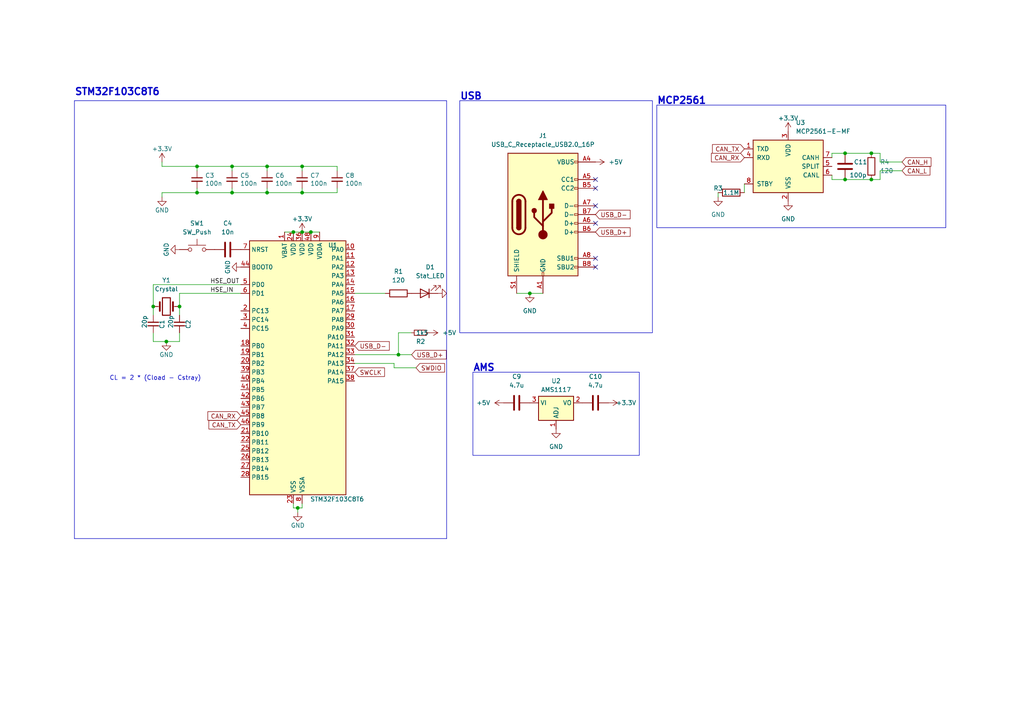
<source format=kicad_sch>
(kicad_sch (version 20231120) (generator "eeschema") (generator_version "8.0")
  (paper "A4")
  (lib_symbols
    (symbol "Connector:USB_C_Receptacle_USB2.0_16P" (pin_names (offset 1.016))
      (property "Reference" "J" (at 0 22.225 0))
      (property "Value" "USB_C_Receptacle_USB2.0_16P" (at 0 19.685 0))
      (symbol "USB_C_Receptacle_USB2.0_16P_0_0"
        (rectangle (start -0.254 -17.78) (end 0.254 -16.764))
        (rectangle (start 10.16 -14.986) (end 9.144 -15.494))
        (rectangle (start 10.16 -12.446) (end 9.144 -12.954))
        (rectangle (start 10.16 -4.826) (end 9.144 -5.334))
        (rectangle (start 10.16 -2.286) (end 9.144 -2.794))
        (rectangle (start 10.16 0.254) (end 9.144 -0.254))
        (rectangle (start 10.16 2.794) (end 9.144 2.286))
        (rectangle (start 10.16 7.874) (end 9.144 7.366))
        (rectangle (start 10.16 10.414) (end 9.144 9.906))
        (rectangle (start 10.16 15.494) (end 9.144 14.986))
      )
      (symbol "USB_C_Receptacle_USB2.0_16P_0_1"
        (rectangle (start -10.16 17.78) (end 10.16 -17.78) (stroke (width 0.254)) (fill (type background)))
        (arc (start -8.89 -3.81) (mid -6.985 -5.7067) (end -5.08 -3.81) (stroke (width 0.508)))
        (arc (start -7.62 -3.81) (mid -6.985 -4.4423) (end -6.35 -3.81) (stroke (width 0.254)))
        (arc (start -7.62 -3.81) (mid -6.985 -4.4423) (end -6.35 -3.81) (stroke (width 0.254)) (fill (type outline)))
        (rectangle (start -7.62 -3.81) (end -6.35 3.81) (stroke (width 0.254)) (fill (type outline)))
        (arc (start -6.35 3.81) (mid -6.985 4.4423) (end -7.62 3.81) (stroke (width 0.254)))
        (arc (start -6.35 3.81) (mid -6.985 4.4423) (end -7.62 3.81) (stroke (width 0.254)) (fill (type outline)))
        (arc (start -5.08 3.81) (mid -6.985 5.7067) (end -8.89 3.81) (stroke (width 0.508)))
        (circle (center -2.54 1.143) (radius 0.635) (stroke (width 0.254)) (fill (type outline)))
        (circle (center 0 -5.842) (radius 1.27) (fill (type outline)))
        (polyline (pts (xy -8.89 -3.81) (xy -8.89 3.81)) (stroke (width 0.508)))
        (polyline (pts (xy -5.08 3.81) (xy -5.08 -3.81)) (stroke (width 0.508)))
        (polyline (pts (xy 0 -5.842) (xy 0 4.318)) (stroke (width 0.508)))
        (polyline (pts (xy 0 -3.302) (xy -2.54 -0.762) (xy -2.54 0.508)) (stroke (width 0.508)))
        (polyline (pts (xy 0 -2.032) (xy 2.54 0.508) (xy 2.54 1.778)) (stroke (width 0.508)))
        (polyline (pts (xy -1.27 4.318) (xy 0 6.858) (xy 1.27 4.318) (xy -1.27 4.318)) (stroke (width 0.254)) (fill (type outline)))
        (rectangle (start 1.905 1.778) (end 3.175 3.048) (stroke (width 0.254)) (fill (type outline)))
      )
      (symbol "USB_C_Receptacle_USB2.0_16P_1_1"
        (pin passive line (at 0 -22.86 90) (length 5.08) (name "GND") (number "A1"))
        (pin passive line (at 0 -22.86 90) (length 5.08) hide (name "GND") (number "A12"))
        (pin passive line (at 15.24 15.24 180) (length 5.08) (name "VBUS") (number "A4"))
        (pin bidirectional line (at 15.24 10.16 180) (length 5.08) (name "CC1") (number "A5"))
        (pin bidirectional line (at 15.24 -2.54 180) (length 5.08) (name "D+") (number "A6"))
        (pin bidirectional line (at 15.24 2.54 180) (length 5.08) (name "D-") (number "A7"))
        (pin bidirectional line (at 15.24 -12.7 180) (length 5.08) (name "SBU1") (number "A8"))
        (pin passive line (at 15.24 15.24 180) (length 5.08) hide (name "VBUS") (number "A9"))
        (pin passive line (at 0 -22.86 90) (length 5.08) hide (name "GND") (number "B1"))
        (pin passive line (at 0 -22.86 90) (length 5.08) hide (name "GND") (number "B12"))
        (pin passive line (at 15.24 15.24 180) (length 5.08) hide (name "VBUS") (number "B4"))
        (pin bidirectional line (at 15.24 7.62 180) (length 5.08) (name "CC2") (number "B5"))
        (pin bidirectional line (at 15.24 -5.08 180) (length 5.08) (name "D+") (number "B6"))
        (pin bidirectional line (at 15.24 0 180) (length 5.08) (name "D-") (number "B7"))
        (pin bidirectional line (at 15.24 -15.24 180) (length 5.08) (name "SBU2") (number "B8"))
        (pin passive line (at 15.24 15.24 180) (length 5.08) hide (name "VBUS") (number "B9"))
        (pin passive line (at -7.62 -22.86 90) (length 5.08) (name "SHIELD") (number "S1"))
      )
    )
    (symbol "Device:C" (pin_numbers hide) (pin_names (offset 0.254))
      (property "Reference" "C" (at 0.635 2.54 0))
      (property "Value" "C" (at 0.635 -2.54 0))
      (symbol "C_0_1"
        (polyline (pts (xy -2.032 -0.762) (xy 2.032 -0.762)) (stroke (width 0.508)))
        (polyline (pts (xy -2.032 0.762) (xy 2.032 0.762)) (stroke (width 0.508)))
      )
      (symbol "C_1_1"
        (pin passive line (at 0 3.81 270) (length 2.794) (name "~") (number "1"))
        (pin passive line (at 0 -3.81 90) (length 2.794) (name "~") (number "2"))
      )
    )
    (symbol "Device:C_Small" (pin_numbers hide) (pin_names (offset 0.254) hide)
      (property "Reference" "C" (at 0.254 1.778 0))
      (property "Value" "C_Small" (at 0.254 -2.032 0))
      (symbol "C_Small_0_1"
        (polyline (pts (xy -1.524 -0.508) (xy 1.524 -0.508)) (stroke (width 0.3302)))
        (polyline (pts (xy -1.524 0.508) (xy 1.524 0.508)) (stroke (width 0.3048)))
      )
      (symbol "C_Small_1_1"
        (pin passive line (at 0 2.54 270) (length 2.032) (name "~") (number "1"))
        (pin passive line (at 0 -2.54 90) (length 2.032) (name "~") (number "2"))
      )
    )
    (symbol "Device:Crystal" (pin_numbers hide) (pin_names (offset 1.016) hide)
      (property "Reference" "Y" (at 0 3.81 0))
      (property "Value" "Crystal" (at 0 -3.81 0))
      (symbol "Crystal_0_1"
        (rectangle (start -1.143 2.54) (end 1.143 -2.54) (stroke (width 0.3048)))
        (polyline (pts (xy -2.54 0) (xy -1.905 0)))
        (polyline (pts (xy -1.905 -1.27) (xy -1.905 1.27)) (stroke (width 0.508)))
        (polyline (pts (xy 1.905 -1.27) (xy 1.905 1.27)) (stroke (width 0.508)))
        (polyline (pts (xy 2.54 0) (xy 1.905 0)))
      )
      (symbol "Crystal_1_1"
        (pin passive line (at -3.81 0 0) (length 1.27) (name "1") (number "1"))
        (pin passive line (at 3.81 0 180) (length 1.27) (name "2") (number "2"))
      )
    )
    (symbol "Device:LED" (pin_numbers hide) (pin_names (offset 1.016) hide)
      (property "Reference" "D" (at 0 2.54 0))
      (property "Value" "LED" (at 0 -2.54 0))
      (symbol "LED_0_1"
        (polyline (pts (xy -1.27 -1.27) (xy -1.27 1.27)) (stroke (width 0.254)))
        (polyline (pts (xy -1.27 0) (xy 1.27 0)))
        (polyline (pts (xy 1.27 -1.27) (xy 1.27 1.27) (xy -1.27 0) (xy 1.27 -1.27)) (stroke (width 0.254)))
        (polyline (pts (xy -3.048 -0.762) (xy -4.572 -2.286) (xy -3.81 -2.286) (xy -4.572 -2.286) (xy -4.572 -1.524)))
        (polyline (pts (xy -1.778 -0.762) (xy -3.302 -2.286) (xy -2.54 -2.286) (xy -3.302 -2.286) (xy -3.302 -1.524)))
      )
      (symbol "LED_1_1"
        (pin passive line (at -3.81 0 0) (length 2.54) (name "K") (number "1"))
        (pin passive line (at 3.81 0 180) (length 2.54) (name "A") (number "2"))
      )
    )
    (symbol "Device:R" (pin_numbers hide) (pin_names (offset 0))
      (property "Reference" "R" (at 2.032 0 90))
      (property "Value" "R" (at 0 0 90))
      (symbol "R_0_1"
        (rectangle (start -1.016 -2.54) (end 1.016 2.54) (stroke (width 0.254)))
      )
      (symbol "R_1_1"
        (pin passive line (at 0 3.81 270) (length 1.27) (name "~") (number "1"))
        (pin passive line (at 0 -3.81 90) (length 1.27) (name "~") (number "2"))
      )
    )
    (symbol "Device:R_Small" (pin_numbers hide) (pin_names (offset 0.254) hide)
      (property "Reference" "R" (at 0.762 0.508 0))
      (property "Value" "R_Small" (at 0.762 -1.016 0))
      (symbol "R_Small_0_1"
        (rectangle (start -0.762 1.778) (end 0.762 -1.778) (stroke (width 0.2032)))
      )
      (symbol "R_Small_1_1"
        (pin passive line (at 0 2.54 270) (length 0.762) (name "~") (number "1"))
        (pin passive line (at 0 -2.54 90) (length 0.762) (name "~") (number "2"))
      )
    )
    (symbol "Interface_CAN_LIN:MCP2561-E-MF" (pin_names (offset 1.016))
      (property "Reference" "U" (at -10.16 8.89 0))
      (property "Value" "MCP2561-E-MF" (at 2.54 8.89 0))
      (symbol "MCP2561-E-MF_0_1"
        (rectangle (start -10.16 7.62) (end 10.16 -7.62) (stroke (width 0.254)) (fill (type background)))
      )
      (symbol "MCP2561-E-MF_1_1"
        (pin input line (at -12.7 5.08 0) (length 2.54) (name "TXD") (number "1"))
        (pin power_in line (at 0 -10.16 90) (length 2.54) (name "VSS") (number "2"))
        (pin power_in line (at 0 10.16 270) (length 2.54) (name "VDD") (number "3"))
        (pin output line (at -12.7 2.54 0) (length 2.54) (name "RXD") (number "4"))
        (pin passive line (at 12.7 0 180) (length 2.54) (name "SPLIT") (number "5"))
        (pin bidirectional line (at 12.7 -2.54 180) (length 2.54) (name "CANL") (number "6"))
        (pin bidirectional line (at 12.7 2.54 180) (length 2.54) (name "CANH") (number "7"))
        (pin input line (at -12.7 -5.08 0) (length 2.54) (name "STBY") (number "8"))
        (pin passive line (at 0 -10.16 90) (length 2.54) hide (name "VSS") (number "9"))
      )
    )
    (symbol "MCU_ST_STM32F1:STM32F103C8Tx"
      (property "Reference" "U" (at -12.7 39.37 0))
      (property "Value" "STM32F103C8Tx" (at 10.16 39.37 0))
      (symbol "STM32F103C8Tx_0_1"
        (rectangle (start -12.7 -35.56) (end 15.24 38.1) (stroke (width 0.254)) (fill (type background)))
      )
      (symbol "STM32F103C8Tx_1_1"
        (pin power_in line (at -2.54 40.64 270) (length 2.54) (name "VBAT") (number "1"))
        (pin bidirectional line (at 17.78 35.56 180) (length 2.54) (name "PA0") (number "10"))
        (pin bidirectional line (at 17.78 33.02 180) (length 2.54) (name "PA1") (number "11"))
        (pin bidirectional line (at 17.78 30.48 180) (length 2.54) (name "PA2") (number "12"))
        (pin bidirectional line (at 17.78 27.94 180) (length 2.54) (name "PA3") (number "13"))
        (pin bidirectional line (at 17.78 25.4 180) (length 2.54) (name "PA4") (number "14"))
        (pin bidirectional line (at 17.78 22.86 180) (length 2.54) (name "PA5") (number "15"))
        (pin bidirectional line (at 17.78 20.32 180) (length 2.54) (name "PA6") (number "16"))
        (pin bidirectional line (at 17.78 17.78 180) (length 2.54) (name "PA7") (number "17"))
        (pin bidirectional line (at -15.24 7.62 0) (length 2.54) (name "PB0") (number "18"))
        (pin bidirectional line (at -15.24 5.08 0) (length 2.54) (name "PB1") (number "19"))
        (pin bidirectional line (at -15.24 17.78 0) (length 2.54) (name "PC13") (number "2"))
        (pin bidirectional line (at -15.24 2.54 0) (length 2.54) (name "PB2") (number "20"))
        (pin bidirectional line (at -15.24 -17.78 0) (length 2.54) (name "PB10") (number "21"))
        (pin bidirectional line (at -15.24 -20.32 0) (length 2.54) (name "PB11") (number "22"))
        (pin power_in line (at 0 -38.1 90) (length 2.54) (name "VSS") (number "23"))
        (pin power_in line (at 0 40.64 270) (length 2.54) (name "VDD") (number "24"))
        (pin bidirectional line (at -15.24 -22.86 0) (length 2.54) (name "PB12") (number "25"))
        (pin bidirectional line (at -15.24 -25.4 0) (length 2.54) (name "PB13") (number "26"))
        (pin bidirectional line (at -15.24 -27.94 0) (length 2.54) (name "PB14") (number "27"))
        (pin bidirectional line (at -15.24 -30.48 0) (length 2.54) (name "PB15") (number "28"))
        (pin bidirectional line (at 17.78 15.24 180) (length 2.54) (name "PA8") (number "29"))
        (pin bidirectional line (at -15.24 15.24 0) (length 2.54) (name "PC14") (number "3"))
        (pin bidirectional line (at 17.78 12.7 180) (length 2.54) (name "PA9") (number "30"))
        (pin bidirectional line (at 17.78 10.16 180) (length 2.54) (name "PA10") (number "31"))
        (pin bidirectional line (at 17.78 7.62 180) (length 2.54) (name "PA11") (number "32"))
        (pin bidirectional line (at 17.78 5.08 180) (length 2.54) (name "PA12") (number "33"))
        (pin bidirectional line (at 17.78 2.54 180) (length 2.54) (name "PA13") (number "34"))
        (pin passive line (at 0 -38.1 90) (length 2.54) hide (name "VSS") (number "35"))
        (pin power_in line (at 2.54 40.64 270) (length 2.54) (name "VDD") (number "36"))
        (pin bidirectional line (at 17.78 0 180) (length 2.54) (name "PA14") (number "37"))
        (pin bidirectional line (at 17.78 -2.54 180) (length 2.54) (name "PA15") (number "38"))
        (pin bidirectional line (at -15.24 0 0) (length 2.54) (name "PB3") (number "39"))
        (pin bidirectional line (at -15.24 12.7 0) (length 2.54) (name "PC15") (number "4"))
        (pin bidirectional line (at -15.24 -2.54 0) (length 2.54) (name "PB4") (number "40"))
        (pin bidirectional line (at -15.24 -5.08 0) (length 2.54) (name "PB5") (number "41"))
        (pin bidirectional line (at -15.24 -7.62 0) (length 2.54) (name "PB6") (number "42"))
        (pin bidirectional line (at -15.24 -10.16 0) (length 2.54) (name "PB7") (number "43"))
        (pin input line (at -15.24 30.48 0) (length 2.54) (name "BOOT0") (number "44"))
        (pin bidirectional line (at -15.24 -12.7 0) (length 2.54) (name "PB8") (number "45"))
        (pin bidirectional line (at -15.24 -15.24 0) (length 2.54) (name "PB9") (number "46"))
        (pin passive line (at 0 -38.1 90) (length 2.54) hide (name "VSS") (number "47"))
        (pin power_in line (at 5.08 40.64 270) (length 2.54) (name "VDD") (number "48"))
        (pin bidirectional line (at -15.24 25.4 0) (length 2.54) (name "PD0") (number "5"))
        (pin bidirectional line (at -15.24 22.86 0) (length 2.54) (name "PD1") (number "6"))
        (pin input line (at -15.24 35.56 0) (length 2.54) (name "NRST") (number "7"))
        (pin power_in line (at 2.54 -38.1 90) (length 2.54) (name "VSSA") (number "8"))
        (pin power_in line (at 7.62 40.64 270) (length 2.54) (name "VDDA") (number "9"))
      )
    )
    (symbol "Regulator_Linear:AMS1117"
      (property "Reference" "U" (at -3.81 3.175 0))
      (property "Value" "AMS1117" (at 0 3.175 0))
      (symbol "AMS1117_0_1"
        (rectangle (start -5.08 -5.08) (end 5.08 1.905) (stroke (width 0.254)) (fill (type background)))
      )
      (symbol "AMS1117_1_1"
        (pin input line (at 0 -7.62 90) (length 2.54) (name "ADJ") (number "1"))
        (pin power_out line (at 7.62 0 180) (length 2.54) (name "VO") (number "2"))
        (pin power_in line (at -7.62 0 0) (length 2.54) (name "VI") (number "3"))
      )
    )
    (symbol "Switch:SW_Push" (pin_numbers hide) (pin_names (offset 1.016) hide)
      (property "Reference" "SW" (at 1.27 2.54 0))
      (property "Value" "SW_Push" (at 0 -1.524 0))
      (symbol "SW_Push_0_1"
        (circle (center -2.032 0) (radius 0.508))
        (polyline (pts (xy 0 1.27) (xy 0 3.048)))
        (polyline (pts (xy 2.54 1.27) (xy -2.54 1.27)))
        (circle (center 2.032 0) (radius 0.508))
        (pin passive line (at -5.08 0 0) (length 2.54) (name "1") (number "1"))
        (pin passive line (at 5.08 0 180) (length 2.54) (name "2") (number "2"))
      )
    )
    (symbol "power:+3.3V" (power) (pin_names (offset 0))
      (property "Value" "+3.3V" (at 0 3.556 0))
      (symbol "+3.3V_0_1"
        (polyline (pts (xy -0.762 1.27) (xy 0 2.54)))
        (polyline (pts (xy 0 0) (xy 0 2.54)))
        (polyline (pts (xy 0 2.54) (xy 0.762 1.27)))
      )
      (symbol "+3.3V_1_1"
        (pin power_in line (at 0 0 90) (length 0) hide (name "+3.3V") (number "1"))
      )
    )
    (symbol "power:+5V" (power) (pin_names (offset 0))
      (property "Value" "+5V" (at 0 3.556 0))
      (symbol "+5V_0_1"
        (polyline (pts (xy -0.762 1.27) (xy 0 2.54)))
        (polyline (pts (xy 0 0) (xy 0 2.54)))
        (polyline (pts (xy 0 2.54) (xy 0.762 1.27)))
      )
      (symbol "+5V_1_1"
        (pin power_in line (at 0 0 90) (length 0) hide (name "+5V") (number "1"))
      )
    )
    (symbol "power:GND" (power) (pin_names (offset 0))
      (property "Value" "GND" (at 0 -3.81 0))
      (symbol "GND_0_1"
        (polyline (pts (xy 0 0) (xy 0 -1.27) (xy 1.27 -1.27) (xy 0 -2.54) (xy -1.27 -1.27) (xy 0 -1.27)))
      )
      (symbol "GND_1_1"
        (pin power_in line (at 0 0 270) (length 0) hide (name "GND") (number "1"))
      )
    )
  )
  (junction (at 85.09 67.31))
  (junction (at 252.73 44.45))
  (junction (at 57.15 48.26))
  (junction (at 48.26 99.06))
  (junction (at 87.63 67.31))
  (junction (at 86.36 147.32))
  (junction (at 90.17 67.31))
  (junction (at 153.67 85.09))
  (junction (at 87.63 55.88))
  (junction (at 52.07 88.9))
  (junction (at 252.73 52.07))
  (junction (at 245.11 52.07))
  (junction (at 115.57 102.87))
  (junction (at 87.63 48.26))
  (junction (at 77.47 48.26))
  (junction (at 245.11 44.45))
  (junction (at 77.47 55.88))
  (junction (at 67.31 55.88))
  (junction (at 44.45 88.9))
  (junction (at 67.31 48.26))
  (junction (at 57.15 55.88))
  (no_connect (at 172.72 59.69))
  (no_connect (at 172.72 52.07))
  (no_connect (at 172.72 54.61))
  (no_connect (at 172.72 64.77))
  (no_connect (at 172.72 77.47))
  (no_connect (at 172.72 74.93))
  (wire (pts (xy 90.17 67.31) (xy 92.71 67.31)))
  (wire (pts (xy 115.57 102.87) (xy 119.38 102.87)))
  (wire (pts (xy 241.3 44.45) (xy 245.11 44.45)))
  (wire (pts (xy 245.11 52.07) (xy 252.73 52.07)))
  (wire (pts (xy 241.3 50.8) (xy 241.3 52.07)))
  (wire (pts (xy 57.15 55.88) (xy 57.15 54.61)))
  (wire (pts (xy 255.27 44.45) (xy 252.73 44.45)))
  (wire (pts (xy 114.3 105.41) (xy 102.87 105.41)))
  (wire (pts (xy 149.86 85.09) (xy 153.67 85.09)))
  (wire (pts (xy 52.07 96.52) (xy 52.07 99.06)))
  (wire (pts (xy 261.62 46.99) (xy 255.27 46.99)))
  (wire (pts (xy 119.38 96.52) (xy 115.57 96.52)))
  (wire (pts (xy 52.07 85.09) (xy 52.07 88.9)))
  (wire (pts (xy 245.11 44.45) (xy 252.73 44.45)))
  (wire (pts (xy 77.47 48.26) (xy 67.31 48.26)))
  (wire (pts (xy 67.31 55.88) (xy 77.47 55.88)))
  (wire (pts (xy 44.45 88.9) (xy 44.45 91.44)))
  (wire (pts (xy 208.28 55.88) (xy 208.28 57.15)))
  (wire (pts (xy 97.79 49.53) (xy 97.79 48.26)))
  (wire (pts (xy 44.45 82.55) (xy 44.45 88.9)))
  (wire (pts (xy 87.63 49.53) (xy 87.63 48.26)))
  (wire (pts (xy 255.27 49.53) (xy 255.27 52.07)))
  (wire (pts (xy 67.31 49.53) (xy 67.31 48.26)))
  (wire (pts (xy 52.07 99.06) (xy 48.26 99.06)))
  (polyline (pts (xy 21.59 29.21) (xy 21.59 156.21)))
  (wire (pts (xy 44.45 99.06) (xy 48.26 99.06)))
  (wire (pts (xy 46.99 46.99) (xy 46.99 48.26)))
  (wire (pts (xy 87.63 48.26) (xy 77.47 48.26)))
  (wire (pts (xy 44.45 96.52) (xy 44.45 99.06)))
  (wire (pts (xy 77.47 49.53) (xy 77.47 48.26)))
  (wire (pts (xy 52.07 85.09) (xy 69.85 85.09)))
  (wire (pts (xy 57.15 48.26) (xy 57.15 49.53)))
  (wire (pts (xy 97.79 48.26) (xy 87.63 48.26)))
  (wire (pts (xy 77.47 55.88) (xy 87.63 55.88)))
  (polyline (pts (xy 129.54 29.21) (xy 21.59 29.21)))
  (polyline (pts (xy 129.54 156.21) (xy 129.54 29.21)))
  (wire (pts (xy 255.27 52.07) (xy 252.73 52.07)))
  (wire (pts (xy 153.67 85.09) (xy 157.48 85.09)))
  (wire (pts (xy 57.15 55.88) (xy 67.31 55.88)))
  (wire (pts (xy 82.55 67.31) (xy 85.09 67.31)))
  (wire (pts (xy 57.15 48.26) (xy 46.99 48.26)))
  (wire (pts (xy 215.9 55.88) (xy 215.9 53.34)))
  (polyline (pts (xy 21.59 156.21) (xy 129.54 156.21)))
  (wire (pts (xy 102.87 85.09) (xy 111.76 85.09)))
  (wire (pts (xy 87.63 146.05) (xy 87.63 147.32)))
  (wire (pts (xy 114.3 106.68) (xy 114.3 105.41)))
  (wire (pts (xy 255.27 46.99) (xy 255.27 44.45)))
  (wire (pts (xy 261.62 49.53) (xy 255.27 49.53)))
  (wire (pts (xy 115.57 96.52) (xy 115.57 102.87)))
  (wire (pts (xy 97.79 55.88) (xy 87.63 55.88)))
  (wire (pts (xy 69.85 82.55) (xy 44.45 82.55)))
  (wire (pts (xy 241.3 45.72) (xy 241.3 44.45)))
  (wire (pts (xy 97.79 54.61) (xy 97.79 55.88)))
  (wire (pts (xy 87.63 54.61) (xy 87.63 55.88)))
  (wire (pts (xy 87.63 67.31) (xy 90.17 67.31)))
  (wire (pts (xy 46.99 55.88) (xy 57.15 55.88)))
  (wire (pts (xy 85.09 67.31) (xy 87.63 67.31)))
  (wire (pts (xy 114.3 106.68) (xy 120.65 106.68)))
  (wire (pts (xy 67.31 48.26) (xy 57.15 48.26)))
  (wire (pts (xy 86.36 147.32) (xy 87.63 147.32)))
  (wire (pts (xy 77.47 54.61) (xy 77.47 55.88)))
  (wire (pts (xy 67.31 54.61) (xy 67.31 55.88)))
  (wire (pts (xy 46.99 55.88) (xy 46.99 57.15)))
  (wire (pts (xy 241.3 52.07) (xy 245.11 52.07)))
  (wire (pts (xy 86.36 148.59) (xy 86.36 147.32)))
  (wire (pts (xy 52.07 88.9) (xy 52.07 91.44)))
  (wire (pts (xy 85.09 147.32) (xy 86.36 147.32)))
  (wire (pts (xy 102.87 102.87) (xy 115.57 102.87)))
  (wire (pts (xy 85.09 147.32) (xy 85.09 146.05)))
  (rectangle (start 190.5 30.48) (end 274.32 66.04))
  (rectangle (start 137.16 107.95) (end 185.42 132.08))
  (rectangle (start 133.35 29.21) (end 189.23 96.52))
  (text "USB" (at 133.35 29.21 0) (effects (font (size 2.0066 2.0066) (thickness 0.4013) (bold yes)) (justify left bottom)))
  (text "STM32F103C8T6" (at 21.59 27.94 0) (effects (font (size 2.0066 2.0066) (thickness 0.4013) (bold yes)) (justify left bottom)))
  (text "MCP2561" (at 190.5 30.48 0) (effects (font (size 2.0066 2.0066) (thickness 0.4013) (bold yes)) (justify left bottom)))
  (text "AMS" (at 137.16 107.95 0) (effects (font (size 2.0066 2.0066) (thickness 0.4013) (bold yes)) (justify left bottom)))
  (text "CL = 2 * (Cload - Cstray)" (at 31.75 110.49 0) (effects (font (size 1.27 1.27)) (justify left bottom)))
  (label "HSE_IN" (at 60.96 85.09 0))
  (label "HSE_OUT" (at 60.96 82.55 0))
  (global_label "USB_D+" (shape input) (at 119.38 102.87 0) (property "Intersheetrefs" "${INTERSHEET_REFS}" (effects (hide yes))))
  (global_label "CAN_TX" (shape input) (at 69.85 123.19 180) (property "Intersheetrefs" "${INTERSHEET_REFS}" (effects (hide yes))))
  (global_label "USB_D+" (shape input) (at 172.72 67.31 0) (property "Intersheetrefs" "${INTERSHEET_REFS}" (effects (hide yes))))
  (global_label "USB_D-" (shape input) (at 172.72 62.23 0) (property "Intersheetrefs" "${INTERSHEET_REFS}" (effects (hide yes))))
  (global_label "CAN_H" (shape input) (at 261.62 46.99 0) (property "Intersheetrefs" "${INTERSHEET_REFS}" (effects (hide yes))))
  (global_label "CAN_L" (shape input) (at 261.62 49.53 0) (property "Intersheetrefs" "${INTERSHEET_REFS}" (effects (hide yes))))
  (global_label "SWCLK" (shape input) (at 102.87 107.95 0) (property "Intersheetrefs" "${INTERSHEET_REFS}" (effects (hide yes))))
  (global_label "USB_D-" (shape input) (at 102.87 100.33 0) (property "Intersheetrefs" "${INTERSHEET_REFS}" (effects (hide yes))))
  (global_label "CAN_TX" (shape input) (at 215.9 43.18 180) (property "Intersheetrefs" "${INTERSHEET_REFS}" (effects (hide yes))))
  (global_label "CAN_RX" (shape input) (at 215.9 45.72 180) (property "Intersheetrefs" "${INTERSHEET_REFS}" (effects (hide yes))))
  (global_label "SWDIO" (shape input) (at 120.65 106.68 0) (property "Intersheetrefs" "${INTERSHEET_REFS}" (effects (hide yes))))
  (global_label "CAN_RX" (shape input) (at 69.85 120.65 180) (property "Intersheetrefs" "${INTERSHEET_REFS}" (effects (hide yes))))
  (symbol (lib_id "power:GND") (at 48.26 99.06 0) (unit 1)
    (property "Reference" "#PWR3" (effects (hide yes)))
    (property "Value" "GND" (at 48.26 102.87 0))
  )
  (symbol (lib_id "Device:C") (at 245.11 48.26 0) (unit 1)
    (property "Reference" "C11" (at 247.65 46.99 0) (effects (justify left)))
    (property "Value" "100p" (at 246.38 50.8 0) (effects (justify left)))
    (property "Footprint" "Capacitor_SMD:C_0805_2012Metric" (effects (hide yes)))
  )
  (symbol (lib_id "power:GND") (at 228.6 58.42 0) (unit 1)
    (property "Reference" "#PWR17" (effects (hide yes)))
    (property "Value" "GND" (at 228.6 63.5 0))
  )
  (symbol (lib_id "Device:C_Small") (at 52.07 93.98 180) (unit 1)
    (property "Reference" "C2" (at 54.61 92.71 90) (effects (justify left)))
    (property "Value" "20p" (at 49.53 91.44 90) (effects (justify left)))
    (property "Footprint" "Capacitor_SMD:C_0805_2012Metric" (effects (hide yes)))
    (property "LCSC Part #" "C1570" (effects (hide yes)))
  )
  (symbol (lib_id "Device:C") (at 149.86 116.84 90) (unit 1)
    (property "Reference" "C9" (at 149.86 109.22 90))
    (property "Value" "4.7u" (at 149.86 111.76 90))
    (property "Footprint" "Capacitor_SMD:C_0805_2012Metric" (effects (hide yes)))
  )
  (symbol (lib_id "power:+3.3V") (at 176.53 116.84 270) (unit 1)
    (property "Reference" "#PWR14" (effects (hide yes)))
    (property "Value" "+3.3V" (at 181.61 116.84 90))
  )
  (symbol (lib_id "Connector:USB_C_Receptacle_USB2.0_16P") (at 157.48 62.23 0) (unit 1)
    (property "Reference" "J1" (at 157.48 39.37 0))
    (property "Value" "USB_C_Receptacle_USB2.0_16P" (at 157.48 41.91 0))
    (property "Footprint" "Connector_USB:USB_C_Receptacle_GCT_USB4105-xx-A_16P_TopMnt_Horizontal" (effects (hide yes)))
    (property "Datasheet" "https://www.usb.org/sites/default/files/documents/usb_type-c.zip" (effects (hide yes)))
    (property "Description" "USB 2.0-only 16P Type-C Receptacle connector" (effects (hide yes)))
  )
  (symbol (lib_id "power:+3.3V") (at 87.63 67.31 0) (unit 1)
    (property "Reference" "#PWR7" (effects (hide yes)))
    (property "Value" "+3.3V" (at 87.63 63.5 0))
  )
  (symbol (lib_id "Switch:SW_Push") (at 57.15 72.39 0) (unit 1)
    (property "Reference" "SW1" (at 57.15 64.77 0))
    (property "Value" "SW_Push" (at 57.15 67.31 0))
    (property "Footprint" "Button_Switch_THT:SW_PUSH_6mm_H5mm" (effects (hide yes)))
  )
  (symbol (lib_id "Device:C_Small") (at 67.31 52.07 0) (unit 1)
    (property "Reference" "C5" (at 69.6468 50.9016 0) (effects (justify left)))
    (property "Value" "100n" (at 69.6468 53.213 0) (effects (justify left)))
    (property "Footprint" "Capacitor_SMD:C_0805_2012Metric" (effects (hide yes)))
    (property "LCSC Part #" "C1525" (effects (hide yes)))
  )
  (symbol (lib_id "power:GND") (at 52.07 72.39 270) (unit 1)
    (property "Reference" "#PWR4" (effects (hide yes)))
    (property "Value" "GND" (at 48.26 72.39 0))
  )
  (symbol (lib_id "Device:C") (at 172.72 116.84 90) (unit 1)
    (property "Reference" "C10" (at 172.72 109.22 90))
    (property "Value" "4.7u" (at 172.72 111.76 90))
    (property "Footprint" "Capacitor_SMD:C_0805_2012Metric" (effects (hide yes)))
  )
  (symbol (lib_id "power:+5V") (at 172.72 46.99 270) (unit 1)
    (property "Reference" "#PWR13" (effects (hide yes)))
    (property "Value" "+5V" (at 176.53 46.99 90) (effects (justify left)))
  )
  (symbol (lib_id "power:GND") (at 127 85.09 90) (unit 1)
    (property "Reference" "#PWR9" (effects (hide yes)))
    (property "Value" "GND" (effects (hide yes)))
  )
  (symbol (lib_id "Device:Crystal") (at 48.26 88.9 0) (unit 1)
    (property "Reference" "Y1" (at 48.26 81.28 0))
    (property "Value" "Crystal" (at 48.26 83.82 0))
    (property "Footprint" "Crystal:Crystal_SMD_0603-2Pin_6.0x3.5mm" (effects (hide yes)))
  )
  (symbol (lib_id "Regulator_Linear:AMS1117") (at 161.29 116.84 0) (unit 1)
    (property "Reference" "U2" (at 161.29 110.49 0))
    (property "Value" "AMS1117" (at 161.29 113.03 0))
    (property "Footprint" "Package_TO_SOT_SMD:SOT-223-3_TabPin2" (effects (hide yes)))
    (property "Datasheet" "http://www.advanced-monolithic.com/pdf/ds1117.pdf" (effects (hide yes)))
  )
  (symbol (lib_id "power:+5V") (at 124.46 96.52 270) (unit 1)
    (property "Reference" "#PWR8" (effects (hide yes)))
    (property "Value" "+5V" (at 128.27 96.52 90) (effects (justify left)))
  )
  (symbol (lib_id "Device:C_Small") (at 97.79 52.07 0) (unit 1)
    (property "Reference" "C8" (at 100.1268 50.9016 0) (effects (justify left)))
    (property "Value" "100n" (at 100.1268 53.213 0) (effects (justify left)))
    (property "Footprint" "Capacitor_SMD:C_0805_2012Metric" (effects (hide yes)))
    (property "LCSC Part #" "C1525" (effects (hide yes)))
  )
  (symbol (lib_id "power:GND") (at 153.67 85.09 0) (unit 1)
    (property "Reference" "#PWR11" (effects (hide yes)))
    (property "Value" "GND" (at 153.67 90.17 0))
  )
  (symbol (lib_id "Device:C_Small") (at 87.63 52.07 0) (unit 1)
    (property "Reference" "C7" (at 89.9668 50.9016 0) (effects (justify left)))
    (property "Value" "100n" (at 89.9668 53.213 0) (effects (justify left)))
    (property "Footprint" "Capacitor_SMD:C_0805_2012Metric" (effects (hide yes)))
    (property "LCSC Part #" "C1525" (effects (hide yes)))
  )
  (symbol (lib_id "Interface_CAN_LIN:MCP2561-E-MF") (at 228.6 48.26 0) (unit 1)
    (property "Reference" "U3" (at 230.7941 35.56 0) (effects (justify left)))
    (property "Value" "MCP2561-E-MF" (at 230.7941 38.1 0) (effects (justify left)))
    (property "Footprint" "Package_DFN_QFN:DFN-8-1EP_3x3mm_P0.65mm_EP1.55x2.4mm" (effects (hide yes)))
    (property "Datasheet" "http://ww1.microchip.com/downloads/en/DeviceDoc/25167A.pdf" (effects (hide yes)))
    (property "Description" "High-Speed CAN Transceiver, 1Mbps, 5V supply, SPLIT pin, -40C to +125C, DFN-8" (effects (hide yes)))
  )
  (symbol (lib_id "power:+3.3V") (at 228.6 38.1 0) (unit 1)
    (property "Reference" "#PWR16" (effects (hide yes)))
    (property "Value" "+3.3V" (at 228.6 34.29 0))
  )
  (symbol (lib_id "Device:R") (at 212.09 55.88 90) (unit 1)
    (property "Reference" "R3" (at 208.28 54.61 90))
    (property "Value" "1.1M" (at 212.09 55.88 90))
    (property "Footprint" "Resistor_SMD:R_0805_2012Metric" (effects (hide yes)))
  )
  (symbol (lib_id "power:+5V") (at 146.05 116.84 90) (unit 1)
    (property "Reference" "#PWR10" (effects (hide yes)))
    (property "Value" "+5V" (at 142.24 116.84 90) (effects (justify left)))
  )
  (symbol (lib_id "power:GND") (at 46.99 57.15 0) (unit 1)
    (property "Reference" "#PWR2" (effects (hide yes)))
    (property "Value" "GND" (at 46.99 60.96 0))
  )
  (symbol (lib_id "Device:R") (at 252.73 48.26 0) (unit 1)
    (property "Reference" "R4" (at 255.27 46.99 0) (effects (justify left)))
    (property "Value" "120" (at 255.27 49.53 0) (effects (justify left)))
    (property "Footprint" "Resistor_SMD:R_0805_2012Metric" (effects (hide yes)))
  )
  (symbol (lib_id "Device:R") (at 115.57 85.09 90) (unit 1)
    (property "Reference" "R1" (at 115.57 78.74 90))
    (property "Value" "120" (at 115.57 81.28 90))
    (property "Footprint" "Resistor_SMD:R_0805_2012Metric" (effects (hide yes)))
  )
  (symbol (lib_id "Device:C_Small") (at 57.15 52.07 0) (unit 1)
    (property "Reference" "C3" (at 59.4868 50.9016 0) (effects (justify left)))
    (property "Value" "100n" (at 59.4868 53.213 0) (effects (justify left)))
    (property "Footprint" "Capacitor_SMD:C_0805_2012Metric" (effects (hide yes)))
    (property "LCSC Part #" "C1525" (effects (hide yes)))
  )
  (symbol (lib_id "Device:C") (at 66.04 72.39 270) (unit 1)
    (property "Reference" "C4" (at 66.04 64.77 90))
    (property "Value" "10n" (at 66.04 67.31 90))
    (property "Footprint" "Capacitor_SMD:C_0805_2012Metric" (effects (hide yes)))
  )
  (symbol (lib_id "power:+3.3V") (at 46.99 46.99 0) (unit 1)
    (property "Reference" "#PWR1" (effects (hide yes)))
    (property "Value" "+3.3V" (at 46.99 43.18 0))
  )
  (symbol (lib_id "Device:R_Small") (at 121.92 96.52 270) (unit 1)
    (property "Reference" "R2" (at 120.65 99.06 90) (effects (justify left)))
    (property "Value" "1k5" (at 120.65 96.52 90) (effects (justify left)))
    (property "Footprint" "Resistor_SMD:R_0805_2012Metric" (effects (hide yes)))
    (property "LCSC Part #" "C25867" (effects (hide yes)))
  )
  (symbol (lib_id "MCU_ST_STM32F1:STM32F103C8Tx") (at 85.09 107.95 0) (unit 1)
    (property "Reference" "U1" (at 96.52 71.12 0))
    (property "Value" "STM32F103C8T6" (at 97.79 144.78 0))
    (property "Footprint" "Package_QFP:LQFP-48_7x7mm_P0.5mm" (effects (hide yes)))
    (property "Datasheet" "http://www.st.com/st-web-ui/static/active/en/resource/technical/document/datasheet/CD00161566.pdf" (effects (hide yes)))
    (property "LCSC Part #" "C8734" (effects (hide yes)))
  )
  (symbol (lib_id "Device:C_Small") (at 77.47 52.07 0) (unit 1)
    (property "Reference" "C6" (at 79.8068 50.9016 0) (effects (justify left)))
    (property "Value" "100n" (at 79.8068 53.213 0) (effects (justify left)))
    (property "Footprint" "Capacitor_SMD:C_0805_2012Metric" (effects (hide yes)))
    (property "LCSC Part #" "C1525" (effects (hide yes)))
  )
  (symbol (lib_id "power:GND") (at 86.36 148.59 0) (unit 1)
    (property "Reference" "#PWR6" (effects (hide yes)))
    (property "Value" "GND" (at 86.36 152.4 0))
  )
  (symbol (lib_id "Device:C_Small") (at 44.45 93.98 180) (unit 1)
    (property "Reference" "C1" (at 46.99 92.71 90) (effects (justify left)))
    (property "Value" "20p" (at 41.91 91.44 90) (effects (justify left)))
    (property "Footprint" "Capacitor_SMD:C_0805_2012Metric" (effects (hide yes)))
    (property "LCSC Part #" "C1570" (effects (hide yes)))
  )
  (symbol (lib_id "power:GND") (at 161.29 124.46 0) (unit 1)
    (property "Reference" "#PWR12" (effects (hide yes)))
    (property "Value" "GND" (at 161.29 129.54 0))
  )
  (symbol (lib_id "power:GND") (at 208.28 57.15 0) (unit 1)
    (property "Reference" "#PWR15" (effects (hide yes)))
    (property "Value" "GND" (at 208.28 62.23 0))
  )
  (symbol (lib_id "power:GND") (at 69.85 77.47 270) (unit 1)
    (property "Reference" "#PWR5" (effects (hide yes)))
    (property "Value" "GND" (at 66.04 77.47 0))
  )
  (symbol (lib_id "Device:LED") (at 123.19 85.09 180) (unit 1)
    (property "Reference" "D1" (at 124.7775 77.47 0))
    (property "Value" "Stat_LED" (at 124.7775 80.01 0))
    (property "Footprint" "LED_SMD:LED_0805_2012Metric" (effects (hide yes)))
  )
)
</source>
